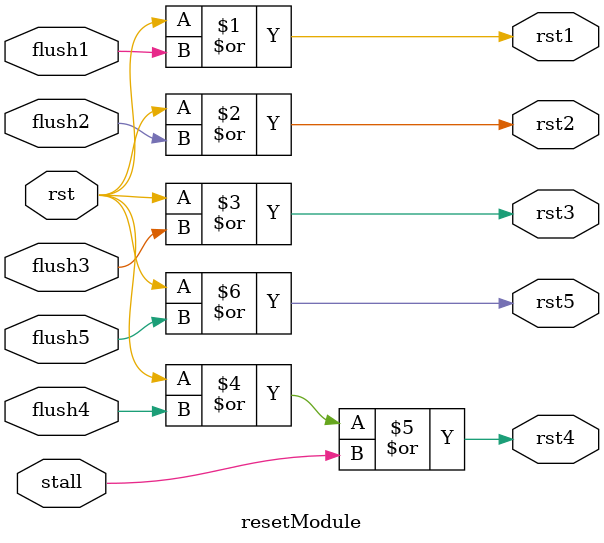
<source format=sv>
module resetModule(input rst,flush1,flush2,flush3,flush4,flush5,stall,output rst1,rst2,rst3,rst4,rst5); // IFID IDEX EXMEM MEMWB

	assign rst1=rst | flush1; //pc
	assign rst2=rst | flush2; //IF
	assign rst3=rst | flush3 ; //ID
	assign rst4=rst | flush4| stall; //EX
	assign rst5= rst |flush5; // MEM

endmodule 
</source>
